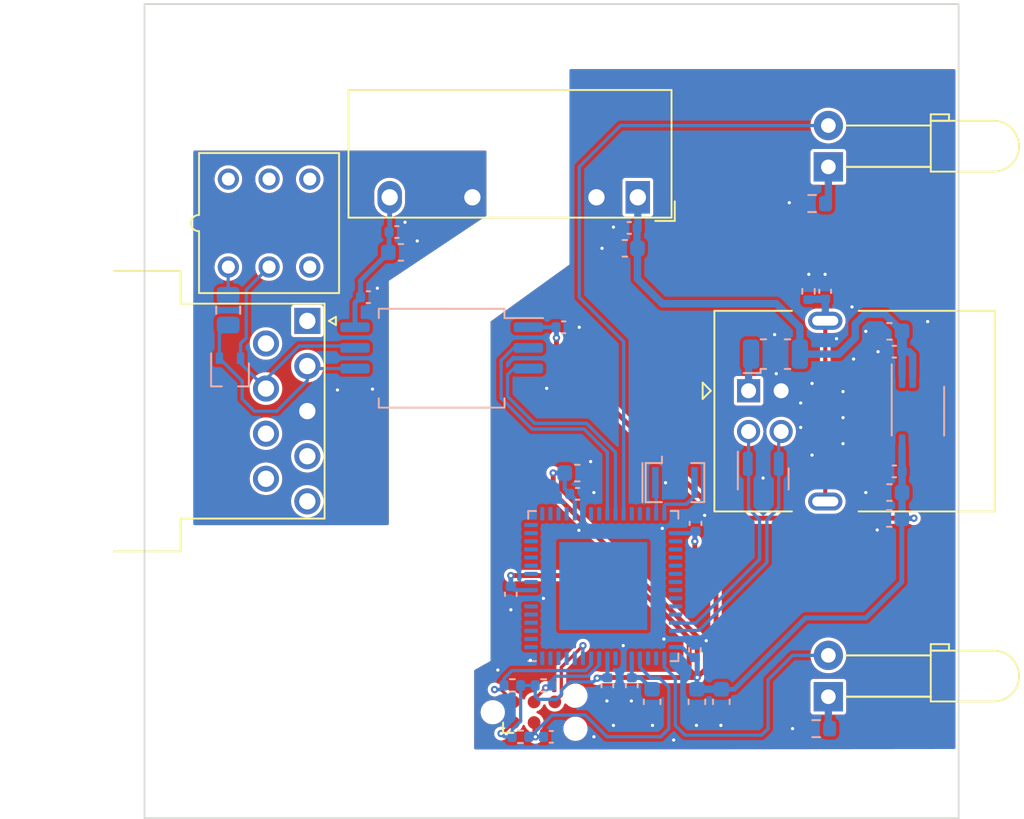
<source format=kicad_pcb>
(kicad_pcb (version 20211014) (generator pcbnew)
  (layers (0 "F.Cu" power) (1 "In1.Cu" signal) (2 "In2.Cu" signal) (31 "B.Cu" power) (34 "B.Paste" user) (35 "F.Paste" user) (36 "B.SilkS" user "B.Silkscreen") (37 "F.SilkS" user "F.Silkscreen") (38 "B.Mask" user) (39 "F.Mask" user) (44 "Edge.Cuts" user))
  (net 0 "")
  (net 1 "Net-(C1-Pad1)")
  (net 2 "GND")
  (net 3 "Net-(C2-Pad1)")
  (net 4 "+3V3")
  (net 5 "/~{RESET}")
  (net 6 "+5V")
  (net 7 "+5VP")
  (net 8 "GND1")
  (net 9 "/D+")
  (net 10 "/D-")
  (net 11 "/RED_LED_I")
  (net 12 "/RX_LED")
  (net 13 "/TX_LED_I")
  (net 14 "/TX_LED")
  (net 15 "/CAN_L")
  (net 16 "/CAN_H")
  (net 17 "Net-(FL1-Pad1)")
  (net 18 "/SWDIO")
  (net 19 "/SWCLK")
  (net 20 "/SWO")
  (net 21 "/CAN_120R")
  (net 42 "/CAN_TX")
  (net 43 "/CAN_RX")
  (net 47 "/OSC_IN")
  (net 48 "/OSC_OUT")
  (footprint "ownLib:USB_B_OST_USB-B1HSxx_Horizontal" (layer "F.Cu") (at 37.1 23.75)
    (fp_text reference "M1" hide)
    (fp_text value "USB_B" hide)
  )
  (footprint "ownLib:TUF_55_25_50" (layer "F.Cu") (at 0 0)
    (fp_text reference "REF**" hide)
    (fp_text value "TUF_55_25_50" hide)
  )
  (footprint "ownLib:TL2201" (layer "F.Cu") (at 7.65 13.45)
    (fp_text reference "SW1" hide)
    (fp_text value "TL2201" hide)
  )
  (footprint "ownLib:Murata_CRV2" (layer "F.Cu") (at 30.2975 11.8675 -90)
    (fp_text reference "U3" hide)
    (fp_text value "CRV2S0505SC" hide)
  )
  (footprint "ownLib:DSUB-9_Male_Horizontal_P2.77x2.54mm_EdgePinOffset9.40mm" (layer "F.Cu") (at 10 19.46 -90)
    (fp_text reference "J2" hide)
    (fp_text value "DB9_Male" hide)
  )
  (footprint "LED_THT:LED_D3.0mm_Horizontal_O6.35mm_Z6.0mm" (layer "F.Cu") (at 42 42.54 90)
    (fp_text reference "D2" hide)
    (fp_text value "Green" hide)
  )
  (footprint "LED_THT:LED_D3.0mm_Horizontal_O6.35mm_Z6.0mm" (layer "F.Cu") (at 42 10 90)
    (fp_text reference "D3" hide)
    (fp_text value "Green" hide)
  )
  (footprint "Connector:Tag-Connect_TC2030-IDC-NL_2x03_P1.27mm_Vertical" (layer "F.Cu") (at 23.926183 43.493087)
    (fp_text reference "J1" hide)
    (fp_text value "SWD" hide)
  )
  (footprint "Capacitor_SMD:C_0603_1608Metric" (layer "B.Cu") (at 35.426183 42.858087 90)
    (fp_text reference "C4" hide)
    (fp_text value "10uF" hide)
  )
  (footprint "Capacitor_SMD:C_0402_1005Metric" (layer "B.Cu") (at 22.5 36.25 -90)
    (fp_text reference "C8" hide)
    (fp_text value "100nF" hide)
  )
  (footprint "Resistor_SMD:R_0603_1608Metric" (layer "B.Cu") (at 41.25 44.5)
    (fp_text reference "R5" hide)
    (fp_text value "220R" hide)
  )
  (footprint "Capacitor_SMD:C_0603_1608Metric" (layer "B.Cu") (at 15.75 15.25 180)
    (fp_text reference "C22" hide)
    (fp_text value "10uF" hide)
  )
  (footprint "Package_SO:MSOP-8-1EP_3x3mm_P0.65mm_EP1.95x2.15mm" (layer "B.Cu") (at 47.5 25 -90)
    (fp_text reference "U2" hide)
    (fp_text value "TPS7B82-Q1" hide)
  )
  (footprint "Capacitor_SMD:C_0402_1005Metric" (layer "B.Cu") (at 33.842214 31.897473 90)
    (fp_text reference "C11" hide)
    (fp_text value "100nF" hide)
  )
  (footprint "Capacitor_SMD:C_0402_1005Metric" (layer "B.Cu") (at 28.426183 41.858087 -90)
    (fp_text reference "C9" hide)
    (fp_text value "100nF" hide)
  )
  (footprint "Resistor_SMD:R_0402_1005Metric" (layer "B.Cu") (at 24.508732 41.846982)
    (fp_text reference "R4" hide)
    (fp_text value "1k" hide)
  )
  (footprint "Capacitor_SMD:C_0402_1005Metric" (layer "B.Cu") (at 29.926183 41.858087 -90)
    (fp_text reference "C3" hide)
    (fp_text value "100nF" hide)
  )
  (footprint "Package_DFN_QFN:VQFN-64-1EP_9x9mm_P0.5mm_EP5.4x5.4mm" (layer "B.Cu") (at 28.176183 35.743087)
    (fp_text reference "U1" hide)
    (fp_text value "ATSAME51J18A-MF" hide)
  )
  (footprint "Capacitor_SMD:C_0603_1608Metric" (layer "B.Cu") (at 31.176183 42.858087 -90)
    (fp_text reference "C2" hide)
    (fp_text value "4.7uF" hide)
  )
  (footprint "Package_SO:SOIC-8_7.5x5.85mm_P1.27mm" (layer "B.Cu") (at 18.25 21.75 180)
    (fp_text reference "U4" hide)
    (fp_text value "ADM3058E" hide)
  )
  (footprint "Capacitor_SMD:C_0402_1005Metric" (layer "B.Cu") (at 29.77 13.75 180)
    (fp_text reference "C20" hide)
    (fp_text value "100nF" hide)
  )
  (footprint "Capacitor_SMD:C_0402_1005Metric" (layer "B.Cu") (at 24.982326 45.003953)
    (fp_text reference "C12" hide)
    (fp_text value "10nF" hide)
  )
  (footprint "Capacitor_SMD:C_0402_1005Metric" (layer "B.Cu") (at 46.05 21.35 180)
    (fp_text reference "C14" hide)
    (fp_text value "100nF" hide)
  )
  (footprint "Capacitor_SMD:C_0402_1005Metric" (layer "B.Cu") (at 26.596227 30.080415)
    (fp_text reference "C10" hide)
    (fp_text value "100nF" hide)
  )
  (footprint "Capacitor_SMD:C_0603_1608Metric" (layer "B.Cu") (at 45.75 20.1)
    (fp_text reference "C13" hide)
    (fp_text value "22uF" hide)
  )
  (footprint "Capacitor_SMD:C_0603_1608Metric" (layer "B.Cu") (at 26.582793 28.804761 180)
    (fp_text reference "C7" hide)
    (fp_text value "10uF" hide)
  )
  (footprint "Capacitor_SMD:C_0402_1005Metric" (layer "B.Cu") (at 13.75 18)
    (fp_text reference "C23" hide)
    (fp_text value "100nF" hide)
  )
  (footprint "Crystal:Resonator_SMD_Murata_CSTxExxV-3Pin_3.0x1.1mm" (layer "B.Cu") (at 32.579239 29.389386)
    (fp_text reference "Y1" hide)
    (fp_text value "8MHz" hide)
  )
  (footprint "Capacitor_SMD:C_0402_1005Metric" (layer "B.Cu") (at 15.5 14)
    (fp_text reference "C21" hide)
    (fp_text value "100nF" hide)
  )
  (footprint "Package_TO_SOT_SMD:SOT-323_SC-70" (layer "B.Cu") (at 5.25 22.75 -90)
    (fp_text reference "D4" hide)
    (fp_text value "PESD2CAN" hide)
  )
  (footprint "Resistor_SMD:R_0402_1005Metric" (layer "B.Cu") (at 23.088773 45.003953)
    (fp_text reference "R2" hide)
    (fp_text value "10k" hide)
  )
  (footprint "Resistor_SMD:R_0805_2012Metric" (layer "B.Cu") (at 5.138633 18.797754 -90)
    (fp_text reference "R7" hide)
    (fp_text value "120R" hide)
  )
  (footprint "Resistor_SMD:R_0402_1005Metric" (layer "B.Cu") (at 22.59061 41.844021 180)
    (fp_text reference "R3" hide)
    (fp_text value "100k" hide)
  )
  (footprint "Capacitor_SMD:C_0402_1005Metric" (layer "B.Cu") (at 25.743649 19.849536)
    (fp_text reference "C19" hide)
    (fp_text value "100nF" hide)
  )
  (footprint "Resistor_SMD:R_0603_1608Metric" (layer "B.Cu") (at 41 12.25)
    (fp_text reference "R6" hide)
    (fp_text value "220R" hide)
  )
  (footprint "Capacitor_SMD:C_0603_1608Metric" (layer "B.Cu") (at 33.926183 42.858087 90)
    (fp_text reference "C6" hide)
    (fp_text value "10uF" hide)
  )
  (footprint "Capacitor_SMD:C_0603_1608Metric" (layer "B.Cu") (at 45.733719 31.593738)
    (fp_text reference "C18" hide)
    (fp_text value "22uF" hide)
  )
  (footprint "Capacitor_SMD:C_0402_1005Metric" (layer "B.Cu") (at 46.05 28.7 180)
    (fp_text reference "C15" hide)
    (fp_text value "100nF" hide)
  )
  (footprint "Capacitor_SMD:C_0603_1608Metric" (layer "B.Cu") (at 29.5 15)
    (fp_text reference "C17" hide)
    (fp_text value "10uF" hide)
  )
  (footprint "ownLib:3Pole_F1206" (layer "B.Cu") (at 38.75 21.5)
    (fp_text reference "FL1" hide)
    (fp_text value "EMI_Filter_LCL" hide)
  )
  (footprint "Capacitor_SMD:C_0603_1608Metric" (layer "B.Cu") (at 45.75 30)
    (fp_text reference "C16" hide)
    (fp_text value "22uF" hide)
  )
  (footprint "Package_TO_SOT_SMD:SOT-23" (layer "B.Cu") (at 38 29.1625 -90)
    (fp_text reference "D1" hide)
    (fp_text value "PESD2USB3UX-TR" hide)
  )
  (footprint "Resistor_SMD:R_0402_1005Metric" (layer "B.Cu") (at 40.780264 17.641916 90)
    (fp_text reference "R1" hide)
    (fp_text value "1M" hide)
  )
  (footprint "Capacitor_SMD:C_0402_1005Metric" (layer "B.Cu") (at 33.803811 39.656482 90)
    (fp_text reference "C5" hide)
    (fp_text value "100nF" hide)
  )
  (footprint "Capacitor_SMD:C_0402_1005Metric" (layer "B.Cu") (at 41.803708 17.64345 90)
    (fp_text reference "C1" hide)
    (fp_text value "10nF" hide)
  )
  (gr_line locked (start 0 0) (end 50 0) (layer "Edge.Cuts") (width 0.1))
  (gr_line locked (start 0 50) (end 0 0) (layer "Edge.Cuts") (width 0.1))
  (gr_line locked (start 50 0) (end 50 50) (layer "Edge.Cuts") (width 0.1))
  (gr_line locked (start 50 50) (end 0 50) (layer "Edge.Cuts") (width 0.1))
  (segment (start 41.81 19.45) (end 41.81 30.55) (width 0.25) (layer "F.Cu") (net 1))
  (segment (start 41.803708 18.12345) (end 40.80873 18.12345) (width 0.45) (layer "B.Cu") (net 1))
  (segment (start 41.81 18.129742) (end 41.803708 18.12345) (width 0.45) (layer "B.Cu") (net 1))
  (segment (start 40.80873 18.12345) (end 40.780264 18.151916) (width 0.45) (layer "B.Cu") (net 1))
  (segment (start 41.81 19.45) (end 41.81 18.129742) (width 0.45) (layer "B.Cu") (net 1))
  (via (at 44.3 30) (size 0.45) (drill 0.2) (layers "F.Cu" "B.Cu") (net 2))
  (via (at 33.9 44.3) (size 0.45) (drill 0.2) (layers "F.Cu" "B.Cu") (net 2))
  (via (at 28.4 42.8) (size 0.45) (drill 0.2) (layers "F.Cu" "B.Cu") (net 2))
  (via (at 34.4 31.4) (size 0.45) (drill 0.2) (layers "F.Cu" "B.Cu") (net 2))
  (via (at 41 27.7) (size 0.45) (drill 0.2) (layers "F.Cu" "B.Cu") (net 2))
  (via (at 38.7 20.3) (size 0.45) (drill 0.2) (layers "F.Cu" "B.Cu") (net 2))
  (via (at 23.7 40.3) (size 0.45) (drill 0.2) (layers "F.Cu" "B.Cu") (net 2))
  (via (at 24.7 23.6) (size 0.45) (drill 0.2) (layers "F.Cu" "B.Cu") (net 2))
  (via (at 24.5 36.5) (size 0.45) (drill 0.2) (layers "F.Cu" "B.Cu") (net 2))
  (via (at 27.4 28.1) (size 0.45) (drill 0.2) (layers "F.Cu" "B.Cu") (net 2))
  (via (at 39.8 44.5) (size 0.45) (drill 0.2) (layers "F.Cu" "B.Cu") (net 2))
  (via (at 26.7 19.85) (size 0.45) (drill 0.2) (layers "F.Cu" "B.Cu") (net 2))
  (via (at 41.8 16.6) (size 0.45) (drill 0.2) (layers "F.Cu" "B.Cu") (net 2))
  (via (at 42.5 20.55) (size 0.45) (drill 0.2) (layers "F.Cu" "B.Cu") (net 2))
  (via (at 42.9 23.8) (size 0.45) (drill 0.2) (layers "F.Cu" "B.Cu") (net 2))
  (via (at 27.6 30) (size 0.45) (drill 0.2) (layers "F.Cu" "B.Cu") (net 2))
  (via (at 42.9 25.4) (size 0.45) (drill 0.2) (layers "F.Cu" "B.Cu") (net 2))
  (via (at 31.8 32.2) (size 0.45) (drill 0.2) (layers "F.Cu" "B.Cu") (net 2))
  (via (at 38.8 22.7) (size 0.45) (drill 0.2) (layers "F.Cu" "B.Cu") (net 2))
  (via (at 40.8 16.6) (size 0.45) (drill 0.2) (layers "F.Cu" "B.Cu") (net 2))
  (via (at 39.6 12.2) (size 0.45) (drill 0.2) (layers "F.Cu" "B.Cu") (net 2))
  (via (at 32 29.4) (size 0.45) (drill 0.2) (layers "F.Cu" "B.Cu") (net 2))
  (via (at 29.9 42.8) (size 0.45) (drill 0.2) (layers "F.Cu" "B.Cu") (net 2))
  (via (at 40.3 26) (size 0.45) (drill 0.2) (layers "F.Cu" "B.Cu") (net 2))
  (via (at 28.8 13.7) (size 0.45) (drill 0.2) (layers "F.Cu" "B.Cu") (net 2))
  (via (at 22.5 37.2) (size 0.45) (drill 0.2) (layers "F.Cu" "B.Cu") (net 2))
  (via (at 32.5 45.2) (size 0.45) (drill 0.2) (layers "F.Cu" "B.Cu") (net 2))
  (via (at 31.9 39) (size 0.45) (drill 0.2) (layers "F.Cu" "B.Cu") (net 2))
  (via (at 37.991099 29.107633) (size 0.45) (drill 0.2) (layers "F.Cu" "B.Cu") (net 2))
  (via (at 44.3 20.1) (size 0.45) (drill 0.2) (layers "F.Cu" "B.Cu") (net 2))
  (via (at 31.2 44.3) (size 0.45) (drill 0.2) (layers "F.Cu" "B.Cu") (net 2))
  (via (at 41 23.3) (size 0.45) (drill 0.2) (layers "F.Cu" "B.Cu") (net 2))
  (via (at 21.7 40.9) (size 0.45) (drill 0.2) (layers "F.Cu" "B.Cu") (net 2))
  (via (at 40.3 24.5) (size 0.45) (drill 0.2) (layers "F.Cu" "B.Cu") (net 2))
  (via (at 28.8 44.3) (size 0.45) (drill 0.2) (layers "F.Cu" "B.Cu") (net 2))
  (via (at 35.4 44.3) (size 0.45) (drill 0.2) (layers "F.Cu" "B.Cu") (net 2))
  (via (at 27.6 45) (size 0.45) (drill 0.2) (layers "F.Cu" "B.Cu") (net 2))
  (via (at 29.4 39.4) (size 0.45) (drill 0.2) (layers "F.Cu" "B.Cu") (net 2))
  (via (at 43.55 21.8) (size 0.45) (drill 0.2) (layers "F.Cu" "B.Cu") (net 2))
  (via (at 43.45 18.6) (size 0.45) (drill 0.2) (layers "F.Cu" "B.Cu") (net 2))
  (via (at 48.1 19.5) (size 0.45) (drill 0.2) (layers "F.Cu" "B.Cu") (net 2))
  (via (at 45.05 21.35) (size 0.45) (drill 0.2) (layers "F.Cu" "B.Cu") (net 2))
  (via (at 26.679122 32.320878) (size 0.45) (drill 0.2) (layers "F.Cu" "B.Cu") (net 2))
  (via (at 42.9 27) (size 0.45) (drill 0.2) (layers "F.Cu" "B.Cu") (net 2))
  (via (at 45 32.3) (size 0.45) (drill 0.2) (layers "F.Cu" "B.Cu") (net 2))
  (via (at 34.5 39.1) (size 0.45) (drill 0.2) (layers "F.Cu" "B.Cu") (net 2))
  (via (at 28.1 15) (size 0.45) (drill 0.2) (layers "F.Cu" "B.Cu") (net 2))
  (segment (start 38 29.116534) (end 37.991099 29.107633) (width 0.2) (layer "B.Cu") (net 2))
  (segment (start 38 30.1) (end 38 29.116534) (width 0.2) (layer "B.Cu") (net 2))
  (segment (start 29.926183 41.378087) (end 30.471183 41.378087) (width 0.25) (layer "B.Cu") (net 3))
  (segment (start 30.471183 41.378087) (end 31.176183 42.083087) (width 0.25) (layer "B.Cu") (net 3))
  (segment (start 29.926183 40.180587) (end 29.926183 41.378087) (width 0.25) (layer "B.Cu") (net 3))
  (segment (start 33.45 40.862501) (end 33.45 38.95) (width 0.3) (layer "F.Cu") (net 4))
  (segment (start 33.94686 41.359361) (end 27.840639 41.359361) (width 0.3) (layer "F.Cu") (net 4))
  (segment (start 33.94686 41.35314) (end 35.1 40.2) (width 0.3) (layer "F.Cu") (net 4))
  (segment (start 33.94686 41.359361) (end 33.94686 41.35314) (width 0.3) (layer "F.Cu") (net 4))
  (segment (start 25.3 21.4) (end 25.3 20.5) (width 0.3) (layer "F.Cu") (net 4))
  (segment (start 27.840639 41.359361) (end 27.8 41.4) (width 0.3) (layer "F.Cu") (net 4))
  (segment (start 25.6 21.7) (end 25.3 21.4) (width 0.3) (layer "F.Cu") (net 4))
  (segment (start 47.253097 31.574962) (end 35.474962 31.574962) (width 0.3) (layer "F.Cu") (net 4))
  (segment (start 29.6 35.1) (end 22.5 35.1) (width 0.3) (layer "F.Cu") (net 4))
  (segment (start 34.7 35.2) (end 33.8 34.3) (width 0.3) (layer "F.Cu") (net 4))
  (segment (start 35.1 40.2) (end 35.1 35.6) (width 0.3) (layer "F.Cu") (net 4))
  (segment (start 33.45 38.95) (end 29.6 35.1) (width 0.3) (layer "F.Cu") (net 4))
  (segment (start 25.1 30) (end 25.1 28.8) (width 0.3) (layer "F.Cu") (net 4))
  (segment (start 21.98427 44.8) (end 21.9 44.8) (width 0.2) (layer "F.Cu") (net 4))
  (segment (start 22.656183 44.128087) (end 21.98427 44.8) (width 0.2) (layer "F.Cu") (net 4))
  (segment (start 33.8 34.3) (end 33.8 33) (width 0.3) (layer "F.Cu") (net 4))
  (segment (start 33.94686 38.84686) (end 25.1 30) (width 0.3) (layer "F.Cu") (net 4))
  (segment (start 33.94686 41.359361) (end 33.94686 38.84686) (width 0.3) (layer "F.Cu") (net 4))
  (segment (start 33.94686 41.359361) (end 33.45 40.862501) (width 0.3) (layer "F.Cu") (net 4))
  (segment (start 35.474962 31.574962) (end 25.6 21.7) (width 0.3) (layer "F.Cu") (net 4))
  (segment (start 35.1 35.6) (end 34.7 35.2) (width 0.3) (layer "F.Cu") (net 4))
  (via (at 47.253097 31.574962) (size 0.45) (drill 0.2) (layers "F.Cu" "B.Cu") (net 4))
  (via (at 21.9 44.8) (size 0.45) (drill 0.2) (layers "F.Cu" "B.Cu") (net 4))
  (via (at 33.94686 41.359361) (size 0.45) (drill 0.2) (layers "F.Cu" "B.Cu") (net 4))
  (via (at 25.3 20.5) (size 0.45) (drill 0.2) (layers "F.Cu" "B.Cu") (net 4))
  (via (at 33.8 33) (size 0.45) (drill 0.2) (layers "F.Cu" "B.Cu") (net 4))
  (via (at 27.8 41.4) (size 0.45) (drill 0.2) (layers "F.Cu" "B.Cu") (net 4))
  (via (at 25.1 28.8) (size 0.45) (drill 0.2) (layers "F.Cu" "B.Cu") (net 4))
  (via (at 22.5 35.1) (size 0.45) (drill 0.2) (layers "F.Cu" "B.Cu") (net 4))
  (segment (start 25.621362 42.378638) (end 25.3 42.7) (width 0.2) (layer "B.Cu") (net 4))
  (segment (start 33.8 32.419687) (end 33.842214 32.377473) (width 0.3) (layer "B.Cu") (net 4))
  (segment (start 24.2 42.7) (end 23.998732 42.498732) (width 0.2) (layer "B.Cu") (net 4))
  (segment (start 33.803811 40.136482) (end 33.636482 40.136482) (width 0.25) (layer "B.Cu") (net 4))
  (segment (start 26.116227 30.080415) (end 26.426183 30.390371) (width 0.25) (layer "B.Cu") (net 4))
  (segment (start 27.567734 41.632266) (end 26.116246 41.632266) (width 0.2) (layer "B.Cu") (net 4))
  (segment (start 26.116246 41.632266) (end 25.621362 42.12715) (width 0.2) (layer "B.Cu") (net 4))
  (segment (start 22.5 35.77) (end 22.723087 35.993087) (width 0.25) (layer "B.Cu") (net 4))
  (segment (start 28.426183 41.378087) (end 28.426183 40.180587) (width 0.25) (layer "B.Cu") (net 4))
  (segment (start 25.3 42.7) (end 24.2 42.7) (width 0.2) (layer "B.Cu") (net 4))
  (segment (start 33.926183 42.083087) (end 33.926183 41.380038) (width 0.3) (layer "B.Cu") (net 4))
  (segment (start 35.426183 42.083087) (end 36.216913 42.083087) (width 0.3) (layer "B.Cu") (net 4))
  (segment (start 46.525 28.695) (end 46.53 28.7) (width 0.45) (layer "B.Cu") (net 4))
  (segment (start 33.636482 40.136482) (end 32.993087 39.493087) (width 0.25) (layer "B.Cu") (net 4))
  (segment (start 33.8 33) (end 33.8 32.419687) (width 0.3) (layer "B.Cu") (net 4))
  (segment (start 25.3 19.885887) (end 25.263649 19.849536) (width 0.3) (layer "B.Cu") (net 4))
  (segment (start 33.94686 40.279531) (end 33.803811 40.136482) (width 0.3) (layer "B.Cu") (net 4))
  (segment (start 23.995771 41.844021) (end 23.998732 41.846982) (width 0.2) (layer "B.Cu") (net 4))
  (segment (start 32.613683 32.493087) (end 33.7266 32.493087) (width 0.25) (layer "B.Cu") (net 4))
  (segment (start 23.10061 44.04939) (end 23.10061 41.844021) (width 0.2) (layer "B.Cu") (net 4))
  (segment (start 33.7266 32.493087) (end 33.842214 32.377473) (width 0.25) (layer "B.Cu") (net 4))
  (segment (start 25.3 20.5) (end 25.3 19.885887) (width 0.3) (layer "B.Cu") (net 4))
  (segment (start 22.723087 35.993087) (end 23.738683 35.993087) (width 0.25) (layer "B.Cu") (net 4))
  (segment (start 46.525 31.577457) (end 46.508719 31.593738) (width 0.45) (layer "B.Cu") (net 4))
  (segment (start 46.525 30) (end 46.525 31.577457) (width 0.45) (layer "B.Cu") (net 4))
  (segment (start 47.234321 31.593738) (end 47.253097 31.574962) (width 0.3) (layer "B.Cu") (net 4))
  (segment (start 27.8 41.4) (end 27.567734 41.632266) (width 0.2) (layer "B.Cu") (net 4))
  (segment (start 33.94686 41.359361) (end 33.94686 40.279531) (width 0.3) (layer "B.Cu") (net 4))
  (segment (start 23.575 19.845) (end 25.259113 19.845) (width 0.25) (layer "B.Cu") (net 4))
  (segment (start 25.807793 28.804761) (end 25.807793 29.771981) (width 0.25) (layer "B.Cu") (net 4))
  (segment (start 46.508719 35.491281) (end 46.508719 31.593738) (width 0.3) (layer "B.Cu") (net 4))
  (segment (start 33.926183 42.083087) (end 35.426183 42.083087) (width 0.45) (layer "B.Cu") (net 4))
  (segment (start 25.807793 29.771981) (end 26.116227 30.080415) (width 0.25) (layer "B.Cu") (net 4))
  (segment (start 32.993087 39.493087) (end 32.613683 39.493087) (width 0.25) (layer "B.Cu") (net 4))
  (segment (start 25.259113 19.845) (end 25.263649 19.849536) (width 0.25) (layer "B.Cu") (net 4))
  (segment (start 33.926183 41.380038) (end 33.94686 41.359361) (width 0.3) (layer "B.Cu") (net 4))
  (segment (start 46.53 28.7) (end 46.53 29.995) (width 0.45) (layer "B.Cu") (net 4))
  (segment (start 46.53 29.995) (end 46.525 30) (width 0.45) (layer "B.Cu") (net 4))
  (segment (start 23.998732 42.498732) (end 23.998732 41.846982) (width 0.2) (layer "B.Cu") (net 4))
  (segment (start 23.10061 41.844021) (end 23.995771 41.844021) (width 0.2) (layer "B.Cu") (net 4))
  (segment (start 28.40427 41.4) (end 28.426183 41.378087) (width 0.3) (layer "B.Cu") (net 4))
  (segment (start 27.8 41.4) (end 28.40427 41.4) (width 0.3) (layer "B.Cu") (net 4))
  (segment (start 46.508719 31.593738) (end 47.234321 31.593738) (width 0.3) (layer "B.Cu") (net 4))
  (segment (start 40.6 37.7) (end 44.3 37.7) (width 0.3) (layer "B.Cu") (net 4))
  (segment (start 25.803032 28.8) (end 25.807793 28.804761) (width 0.3) (layer "B.Cu") (net 4))
  (segment (start 26.426183 30.390371) (end 26.426183 31.305587) (width 0.25) (layer "B.Cu") (net 4))
  (segment (start 25.621362 42.12715) (end 25.621362 42.378638) (width 0.2) (layer "B.Cu") (net 4))
  (segment (start 46.525 27.15) (end 46.525 28.695) (width 0.45) (layer "B.Cu") (net 4))
  (segment (start 36.216913 42.083087) (end 40.6 37.7) (width 0.3) (layer "B.Cu") (net 4))
  (segment (start 22.578773 44.571227) (end 23.10061 44.04939) (width 0.2) (layer "B.Cu") (net 4))
  (segment (start 22.578773 45.003953) (end 22.103953 45.003953) (width 0.2) (layer "B.Cu") (net 4))
  (segment (start 44.3 37.7) (end 46.508719 35.491281) (width 0.3) (layer "B.Cu") (net 4))
  (segment (start 22.5 35.1) (end 22.5 35.77) (width 0.3) (layer "B.Cu") (net 4))
  (segment (start 22.103953 45.003953) (end 21.9 44.8) (width 0.2) (layer "B.Cu") (net 4))
  (segment (start 22.578773 45.003953) (end 22.578773 44.571227) (width 0.2) (layer "B.Cu") (net 4))
  (segment (start 25.1 28.8) (end 25.803032 28.8) (width 0.3) (layer "B.Cu") (net 4))
  (segment (start 23.926183 44.128087) (end 23.926183 44.926183) (width 0.2) (layer "F.Cu") (net 5))
  (segment (start 23.926183 44.926183) (end 24.003953 45.003953) (width 0.2) (layer "F.Cu") (net 5))
  (via (at 24.003953 45.003953) (size 0.45) (drill 0.2) (layers "F.Cu" "B.Cu") (net 5))
  (segment (start 30.426183 40.726183) (end 30.426183 40.180587) (width 0.2) (layer "B.Cu") (net 5))
  (segment (start 32.2 44.5) (end 32.2 41.954598) (width 0.2) (layer "B.Cu") (net 5))
  (segment (start 23.598773 45.003953) (end 24.003953 45.003953) (width 0.2) (layer "B.Cu") (net 5))
  (segment (start 31.083567 41.383567) (end 30.426183 40.726183) (width 0.2) (layer "B.Cu") (net 5))
  (segment (start 24.003953 45.003953) (end 24.003953 44.696047) (width 0.2) (layer "B.Cu") (net 5))
  (segment (start 24.003953 45.003953) (end 24.502326 45.003953) (width 0.2) (layer "B.Cu") (net 5))
  (segment (start 27.064266 43.664266) (end 28.4 45) (width 0.2) (layer "B.Cu") (net 5))
  (segment (start 25.035734 43.664266) (end 27.064266 43.664266) (width 0.2) (layer "B.Cu") (net 5))
  (segment (start 31.7 45) (end 32.2 44.5) (width 0.2) (layer "B.Cu") (net 5))
  (segment (start 28.4 45) (end 31.7 45) (width 0.2) (layer "B.Cu") (net 5))
  (segment (start 24.003953 44.696047) (end 25.035734 43.664266) (width 0.2) (layer "B.Cu") (net 5))
  (segment (start 31.628969 41.383567) (end 31.083567 41.383567) (width 0.2) (layer "B.Cu") (net 5))
  (segment (start 32.2 41.954598) (end 31.628969 41.383567) (width 0.2) (layer "B.Cu") (net 5))
  (segment (start 46.525 21.355) (end 46.53 21.35) (width 0.45) (layer "B.Cu") (net 6))
  (segment (start 30.25 14.975) (end 30.275 15) (width 0.45) (layer "B.Cu") (net 6))
  (segment (start 30.25 13.75) (end 30.25 14.975) (width 0.45) (layer "B.Cu") (net 6))
  (segment (start 45.475 19.05) (end 46.525 20.1) (width 0.45) (layer "B.Cu") (net 6))
  (segment (start 30.2975 13.7025) (end 30.25 13.75) (width 0.45) (layer "B.Cu") (net 6))
  (segment (start 46.525 20.1) (end 46.525 21.345) (width 0.6) (layer "B.Cu") (net 6))
  (segment (start 44.25 19.05) (end 45.475 19.05) (width 0.45) (layer "B.Cu") (net 6))
  (segment (start 31.8 18.4) (end 30.275 16.875) (width 0.45) (layer "B.Cu") (net 6))
  (segment (start 40.25 19.85) (end 38.8 18.4) (width 0.45) (layer "B.Cu") (net 6))
  (segment (start 30.2975 11.8675) (end 30.2975 13.7025) (width 0.45) (layer "B.Cu") (net 6))
  (segment (start 43.65 19.65) (end 44.25 19.05) (width 0.45) (layer "B.Cu") (net 6))
  (segment (start 30.275 16.875) (end 30.275 15) (width 0.45) (layer "B.Cu") (net 6))
  (segment (start 40.25 21.5) (end 40.25 19.85) (width 0.45) (layer "B.Cu") (net 6))
  (segment (start 42.65 21.5) (end 43.65 20.5) (width 0.45) (layer "B.Cu") (net 6))
  (segment (start 38.8 18.4) (end 31.8 18.4) (width 0.45) (layer "B.Cu") (net 6))
  (segment (start 40.25 21.5) (end 42.65 21.5) (width 0.45) (layer "B.Cu") (net 6))
  (segment (start 46.525 22.85) (end 46.525 21.355) (width 0.45) (layer "B.Cu") (net 6))
  (segment (start 46.525 21.345) (end 46.53 21.35) (width 0.6) (layer "B.Cu") (net 6))
  (segment (start 43.65 20.5) (end 43.65 19.65) (width 0.45) (layer "B.Cu") (net 6))
  (segment (start 47.175 21.575) (end 47.175 22.85) (width 0.45) (layer "B.Cu") (net 6))
  (segment (start 46.95 21.35) (end 47.175 21.575) (width 0.45) (layer "B.Cu") (net 6))
  (segment (start 46.53 21.35) (end 46.95 21.35) (width 0.45) (layer "B.Cu") (net 6))
  (segment (start 14.975 15.275) (end 13.25 17) (width 0.3) (layer "B.Cu") (net 7))
  (segment (start 15.02 14) (end 15.02 15.205) (width 0.3) (layer "B.Cu") (net 7))
  (segment (start 12.925 19.845) (end 12.925 18.345) (width 0.3) (layer "B.Cu") (net 7))
  (segment (start 13.25 17) (end 13.27 17.02) (width 0.3) (layer "B.Cu") (net 7))
  (segment (start 13.27 17.02) (end 13.27 18) (width 0.3) (layer "B.Cu") (net 7))
  (segment (start 14.975 15.25) (end 14.975 15.275) (width 0.3) (layer "B.Cu") (net 7))
  (segment (start 12.925 18.345) (end 13.27 18) (width 0.3) (layer "B.Cu") (net 7))
  (segment (start 15.0575 13.9625) (end 15.02 14) (width 0.3) (layer "B.Cu") (net 7))
  (segment (start 15.02 15.205) (end 14.975 15.25) (width 0.3) (layer "B.Cu") (net 7))
  (segment (start 15.0575 11.8675) (end 15.0575 13.9625) (width 0.3) (layer "B.Cu") (net 7))
  (via (at 16.75 14.55) (size 0.45) (drill 0.2) (layers "F.Cu" "B.Cu") (net 8))
  (via (at 16 13.4) (size 0.45) (drill 0.2) (layers "F.Cu" "B.Cu") (net 8))
  (via (at 14 23.65) (size 0.45) (drill 0.2) (layers "F.Cu" "B.Cu") (net 8))
  (via (at 11.85 23.7) (size 0.45) (drill 0.2) (layers "F.Cu" "B.Cu") (net 8))
  (via (at 14.3 17.45) (size 0.45) (drill 0.2) (layers "F.Cu" "B.Cu") (net 8))
  (segment (start 32.613683 38.493087) (end 32.638682 38.468088) (width 0.2) (layer "B.Cu") (net 9))
  (segment (start 38.225001 31.662499) (end 38.95 30.9375) (width 0.2) (layer "B.Cu") (net 9))
  (segment (start 38.95 26.4) (end 39.1 26.25) (width 0.2) (layer "B.Cu") (net 9))
  (segment (start 32.638682 38.468088) (end 34.050112 38.468088) (width 0.2) (layer "B.Cu") (net 9))
  (segment (start 38.95 30.9375) (end 38.95 26.4) (width 0.2) (layer "B.Cu") (net 9))
  (segment (start 38.225001 34.293199) (end 38.225001 31.662499) (width 0.2) (layer "B.Cu") (net 9))
  (segment (start 34.050112 38.468088) (end 38.225001 34.293199) (width 0.2) (layer "B.Cu") (net 9))
  (segment (start 33.863714 38.018086) (end 37.774999 34.106801) (width 0.2) (layer "B.Cu") (net 10))
  (segment (start 37.774999 31.662499) (end 37.1 30.9875) (width 0.2) (layer "B.Cu") (net 10))
  (segment (start 37.774999 34.106801) (end 37.774999 31.662499) (width 0.2) (layer "B.Cu") (net 10))
  (segment (start 37.1 30.9875) (end 37.1 26.25) (width 0.2) (layer "B.Cu") (net 10))
  (segment (start 32.613683 37.993087) (end 32.638682 38.018086) (width 0.2) (layer "B.Cu") (net 10))
  (segment (start 32.638682 38.018086) (end 33.863714 38.018086) (width 0.2) (layer "B.Cu") (net 10))
  (segment (start 42 42.54) (end 42 44.425) (width 0.45) (layer "B.Cu") (net 11))
  (segment (start 42 44.425) (end 42.075 44.5) (width 0.45) (layer "B.Cu") (net 11))
  (segment (start 31.926183 40.180587) (end 31.926183 40.726183) (width 0.2) (layer "B.Cu") (net 12))
  (segment (start 37.9 44.9) (end 38.3 44.5) (width 0.2) (layer "B.Cu") (net 12))
  (segment (start 32.6 44.3) (end 33.2 44.9) (width 0.2) (layer "B.Cu") (net 12))
  (segment (start 32.6 41.4) (end 32.6 44.3) (width 0.2) (layer "B.Cu") (net 12))
  (segment (start 33.2 44.9) (end 37.9 44.9) (width 0.2) (layer "B.Cu") (net 12))
  (segment (start 38.3 41.5) (end 39.8 40) (width 0.2) (layer "B.Cu") (net 12))
  (segment (start 39.8 40) (end 42 40) (width 0.2) (layer "B.Cu") (net 12))
  (segment (start 38.3 44.5) (end 38.3 41.5) (width 0.2) (layer "B.Cu") (net 12))
  (segment (start 31.926183 40.726183) (end 32.6 41.4) (width 0.2) (layer "B.Cu") (net 12))
  (segment (start 42 12.075) (end 41.825 12.25) (width 0.45) (layer "B.Cu") (net 13))
  (segment (start 42 10) (end 42 12.075) (width 0.45) (layer "B.Cu") (net 13))
  (segment (start 26.7 10) (end 29.24 7.46) (width 0.2) (layer "B.Cu") (net 14))
  (segment (start 29.426183 20.726183) (end 26.7 18) (width 0.2) (layer "B.Cu") (net 14))
  (segment (start 26.7 18) (end 26.7 10) (width 0.2) (layer "B.Cu") (net 14))
  (segment (start 29.24 7.46) (end 42 7.46) (width 0.2) (layer "B.Cu") (net 14))
  (segment (start 29.426183 31.305587) (end 29.426183 20.726183) (width 0.2) (layer "B.Cu") (net 14))
  (segment (start 10 23.125) (end 8.125 25) (width 0.2) (layer "B.Cu") (net 15))
  (segment (start 10 22.23) (end 10 23.125) (width 0.2) (layer "B.Cu") (net 15))
  (segment (start 4.6 21.75) (end 4.6 20.248887) (width 0.2) (layer "B.Cu") (net 15))
  (segment (start 10.155 22.385) (end 10 22.23) (width 0.2) (layer "B.Cu") (net 15))
  (segment (start 4.6 20.248887) (end 5.138633 19.710254) (width 0.2) (layer "B.Cu") (net 15))
  (segment (start 8.125 25) (end 6.75 25) (width 0.2) (layer "B.Cu") (net 15))
  (segment (start 6 23.15) (end 4.6 21.75) (width 0.2) (layer "B.Cu") (net 15))
  (segment (start 6 24.25) (end 6 23.15) (width 0.2) (layer "B.Cu") (net 15))
  (segment (start 12.925 22.385) (end 10.155 22.385) (width 0.2) (layer "B.Cu") (net 15))
  (segment (start 6.75 25) (end 6 24.25) (width 0.2) (layer "B.Cu") (net 15))
  (segment (start 7.46 23.615) (end 5.9 22.055) (width 0.2) (layer "B.Cu") (net 16))
  (segment (start 6.25 17.55) (end 7.65 16.15) (width 0.2) (layer "B.Cu") (net 16))
  (segment (start 5.9 20.85) (end 6.25 20.5) (width 0.2) (layer "B.Cu") (net 16))
  (segment (start 7.46 23.615) (end 7.46 23.04) (width 0.2) (layer "B.Cu") (net 16))
  (segment (start 9.5 21) (end 12.81 21) (width 0.2) (layer "B.Cu") (net 16))
  (segment (start 7.46 23.04) (end 9.5 21) (width 0.2) (layer "B.Cu") (net 16))
  (segment (start 5.9 22.055) (end 5.9 21.75) (width 0.2) (layer "B.Cu") (net 16))
  (segment (start 5.9 21.75) (end 5.9 20.85) (width 0.2) (layer "B.Cu") (net 16))
  (segment (start 6.25 20.5) (end 6.25 17.55) (width 0.2) (layer "B.Cu") (net 16))
  (segment (start 12.81 21) (end 12.925 21.115) (width 0.2) (layer "B.Cu") (net 16))
  (segment (start 37.1 23.75) (end 37.1 21.65) (width 0.45) (layer "B.Cu") (net 17))
  (segment (start 37.1 21.65) (end 37.25 21.5) (width 0.45) (layer "B.Cu") (net 17))
  (segment (start 22.656183 42.858087) (end 21.898096 42.1) (width 0.2) (layer "F.Cu") (net 18))
  (segment (start 21.898096 42.1) (end 21.5 42.1) (width 0.2) (layer "F.Cu") (net 18))
  (via (at 21.5 42.1) (size 0.45) (drill 0.2) (layers "F.Cu" "B.Cu") (net 18))
  (segment (start 21.824631 42.1) (end 21.5 42.1) (width 0.2) (layer "B.Cu") (net 18))
  (segment (start 27.426183 40.593086) (end 27.086025 40.933244) (width 0.2) (layer "B.Cu") (net 18))
  (segment (start 27.426183 40.180587) (end 27.426183 40.593086) (width 0.2) (layer "B.Cu") (net 18))
  (segment (start 22.08061 41.41939) (end 22.08061 41.844021) (width 0.2) (layer "B.Cu") (net 18))
  (segment (start 22.566756 40.933244) (end 22.08061 41.41939) (width 0.2) (layer "B.Cu") (net 18))
  (segment (start 22.08061 41.844021) (end 21.824631 42.1) (width 0.2) (layer "B.Cu") (net 18))
  (segment (start 27.086025 40.933244) (end 22.566756 40.933244) (width 0.2) (layer "B.Cu") (net 18))
  (segment (start 23.926183 42.717049) (end 24.643232 42) (width 0.2) (layer "F.Cu") (net 19))
  (via (at 24.643232 42) (size 0.45) (drill 0.2) (layers "F.Cu" "B.Cu") (net 19))
  (segment (start 24.865714 42) (end 25.018732 41.846982) (width 0.2) (layer "B.Cu") (net 19))
  (segment (start 25.018732 41.526983) (end 25.018732 41.846982) (width 0.2) (layer "B.Cu") (net 19))
  (segment (start 27.236514 41.282755) (end 25.26296 41.282755) (width 0.2) (layer "B.Cu") (net 19))
  (segment (start 27.926183 40.180587) (end 27.926183 40.593086) (width 0.2) (layer "B.Cu") (net 19))
  (segment (start 27.926183 40.593086) (end 27.236514 41.282755) (width 0.2) (layer "B.Cu") (net 19))
  (segment (start 25.26296 41.282755) (end 25.018732 41.526983) (width 0.2) (layer "B.Cu") (net 19))
  (segment (start 24.643232 42) (end 24.865714 42) (width 0.2) (layer "B.Cu") (net 19))
  (segment (start 26.928201 39.403268) (end 25.6 40.731469) (width 0.2) (layer "F.Cu") (net 20))
  (segment (start 25.6 42.45427) (end 25.196183 42.858087) (width 0.2) (layer "F.Cu") (net 20))
  (segment (start 25.6 40.731469) (end 25.6 42.45427) (width 0.2) (layer "F.Cu") (net 20))
  (via (at 26.928201 39.403268) (size 0.45) (drill 0.2) (layers "F.Cu" "B.Cu") (net 20))
  (segment (start 26.926183 39.405286) (end 26.928201 39.403268) (width 0.2) (layer "B.Cu") (net 20))
  (segment (start 26.926183 40.180587) (end 26.926183 39.405286) (width 0.2) (layer "B.Cu") (net 20))
  (segment (start 5.138633 17.885254) (end 5.138633 16.161367) (width 0.2) (layer "B.Cu") (net 21))
  (segment (start 5.138633 16.161367) (end 5.15 16.15) (width 0.2) (layer "B.Cu") (net 21))
  (segment (start 23.8 26.1) (end 27 26.1) (width 0.2) (layer "B.Cu") (net 42))
  (segment (start 27 26.1) (end 28.426183 27.526183) (width 0.2) (layer "B.Cu") (net 42))
  (segment (start 28.426183 27.526183) (end 28.426183 31.305587) (width 0.2) (layer "B.Cu") (net 42))
  (segment (start 23.575 21.115) (end 22.675001 21.115) (width 0.2) (layer "B.Cu") (net 42))
  (segment (start 22.675001 21.115) (end 21.9 21.890001) (width 0.2) (layer "B.Cu") (net 42))
  (segment (start 21.9 21.890001) (end 21.9 24.2) (width 0.2) (layer "B.Cu") (net 42))
  (segment (start 21.9 24.2) (end 23.8 26.1) (width 0.2) (layer "B.Cu") (net 42))
  (segment (start 22.3 24.1) (end 23.950489 25.750489) (width 0.2) (layer "B.Cu") (net 43))
  (segment (start 27.144773 25.750489) (end 28.926183 27.531899) (width 0.2) (layer "B.Cu") (net 43))
  (segment (start 22.675001 22.385) (end 22.3 22.760001) (width 0.2) (layer "B.Cu") (net 43))
  (segment (start 28.926183 27.531899) (end 28.926183 31.305587) (width 0.2) (layer "B.Cu") (net 43))
  (segment (start 23.575 22.385) (end 22.675001 22.385) (width 0.2) (layer "B.Cu") (net 43))
  (segment (start 22.3 22.760001) (end 22.3 24.1) (width 0.2) (layer "B.Cu") (net 43))
  (segment (start 23.950489 25.750489) (end 27.144773 25.750489) (width 0.2) (layer "B.Cu") (net 43))
  (segment (start 31.426183 31.305587) (end 31.426183 29.43633) (width 0.2) (layer "B.Cu") (net 47))
  (segment (start 31.426183 29.43633) (end 31.379239 29.389386) (width 0.2) (layer "B.Cu") (net 47))
  (segment (start 32.004864 30.714674) (end 33.285326 30.714674) (width 0.2) (layer "B.Cu") (net 48))
  (segment (start 31.926183 30.793355) (end 32.004864 30.714674) (width 0.2) (layer "B.Cu") (net 48))
  (segment (start 33.285326 30.714674) (end 33.779239 30.220761) (width 0.2) (layer "B.Cu") (net 48))
  (segment (start 31.926183 31.305587) (end 31.926183 30.793355) (width 0.2) (layer "B.Cu") (net 48))
  (segment (start 33.779239 30.220761) (end 33.779239 29.389386) (width 0.2) (layer "B.Cu") (net 48))
  (zone (net 2) (net_name "GND") (layers "F.Cu" "In1.Cu" "In2.Cu" "B.Cu") (connect_pads yes (clearance 0.2)) (min_thickness 0.15) (fill yes (thermal_gap 0.508) (thermal_bridge_width 0.508))
    (polygon (pts (xy 49.999727 45.750646) (xy 20.25 45.775) (xy 20.249908 40.910176) (xy 21.25 40.35) (xy 21.25 19.5) (xy 26.1 16) (xy 26.1 4) (xy 50 4)))
  )
  (zone (net 8) (net_name "GND1") (layers "F.Cu" "In1.Cu" "In2.Cu" "B.Cu") (connect_pads yes (clearance 0.2)) (min_thickness 0.15) (fill yes (thermal_gap 0.508) (thermal_bridge_width 0.508))
    (polygon (pts (xy 21 13) (xy 15 17) (xy 15 32) (xy 3 32) (xy 3 9) (xy 21 9)))
  )
)
</source>
